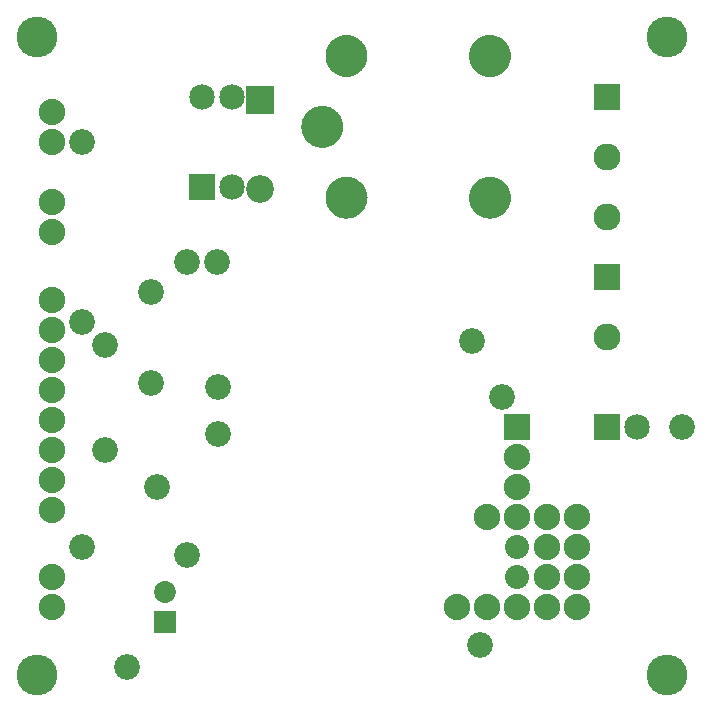
<source format=gts>
G04 MADE WITH FRITZING*
G04 WWW.FRITZING.ORG*
G04 DOUBLE SIDED*
G04 HOLES PLATED*
G04 CONTOUR ON CENTER OF CONTOUR VECTOR*
%ASAXBY*%
%FSLAX23Y23*%
%MOIN*%
%OFA0B0*%
%SFA1.0B1.0*%
%ADD10C,0.080000*%
%ADD11C,0.092000*%
%ADD12C,0.072992*%
%ADD13C,0.090000*%
%ADD14C,0.085433*%
%ADD15C,0.085000*%
%ADD16C,0.088000*%
%ADD17C,0.135984*%
%ADD18R,0.092000X0.092000*%
%ADD19R,0.072992X0.072992*%
%ADD20R,0.090000X0.090000*%
%ADD21R,0.089986X0.090000*%
%ADD22R,0.085000X0.085000*%
%ADD23R,0.088000X0.088000*%
%ADD24R,0.001000X0.001000*%
%LNMASK1*%
G90*
G70*
G54D10*
X1732Y533D03*
X1732Y433D03*
G54D11*
X875Y2024D03*
X875Y1726D03*
G54D12*
X557Y285D03*
X557Y383D03*
G54D13*
X2032Y1833D03*
X2032Y1633D03*
X2032Y2033D03*
X2032Y1433D03*
X2032Y1233D03*
G54D14*
X357Y1208D03*
X357Y858D03*
X512Y1081D03*
X512Y1382D03*
X733Y909D03*
X632Y1483D03*
X282Y1283D03*
X282Y533D03*
X282Y1883D03*
X432Y133D03*
X1682Y1033D03*
X1581Y1221D03*
X632Y508D03*
X1607Y208D03*
X532Y733D03*
X733Y1066D03*
X732Y1483D03*
G54D15*
X2032Y933D03*
X2132Y933D03*
X2032Y933D03*
X2132Y933D03*
X682Y1733D03*
X682Y2033D03*
X782Y1733D03*
X782Y2033D03*
G54D16*
X182Y1358D03*
X182Y1258D03*
X182Y1158D03*
X182Y1058D03*
X182Y958D03*
X182Y858D03*
X182Y758D03*
X182Y658D03*
X182Y1583D03*
X182Y1583D03*
X182Y1683D03*
X182Y1883D03*
X182Y1983D03*
X182Y333D03*
X182Y433D03*
X1832Y533D03*
X1932Y533D03*
X1832Y533D03*
X1932Y533D03*
X1932Y433D03*
X1832Y433D03*
X1832Y533D03*
X1932Y533D03*
X1832Y533D03*
X1932Y533D03*
X1932Y433D03*
X1832Y433D03*
G54D17*
X132Y2233D03*
X132Y108D03*
X2232Y2233D03*
X2232Y108D03*
G54D16*
X1532Y333D03*
X1632Y333D03*
X1732Y333D03*
X1832Y333D03*
X1932Y333D03*
X1732Y933D03*
X1732Y833D03*
X1732Y733D03*
X1732Y933D03*
X1732Y833D03*
X1732Y733D03*
X1632Y633D03*
X1732Y633D03*
X1832Y633D03*
X1932Y633D03*
X1632Y633D03*
X1732Y633D03*
X1832Y633D03*
X1932Y633D03*
G54D14*
X2282Y933D03*
G54D18*
X875Y2025D03*
G54D19*
X557Y285D03*
G54D20*
X2032Y2033D03*
G54D21*
X2032Y1433D03*
G54D22*
X2032Y933D03*
X2032Y933D03*
X682Y1733D03*
G54D23*
X1732Y933D03*
X1732Y933D03*
G54D24*
X1153Y2239D02*
X1171Y2239D01*
X1631Y2239D02*
X1650Y2239D01*
X1147Y2238D02*
X1177Y2238D01*
X1626Y2238D02*
X1655Y2238D01*
X1143Y2237D02*
X1181Y2237D01*
X1622Y2237D02*
X1659Y2237D01*
X1140Y2236D02*
X1184Y2236D01*
X1618Y2236D02*
X1663Y2236D01*
X1137Y2235D02*
X1187Y2235D01*
X1616Y2235D02*
X1665Y2235D01*
X1135Y2234D02*
X1190Y2234D01*
X1613Y2234D02*
X1668Y2234D01*
X1133Y2233D02*
X1192Y2233D01*
X1611Y2233D02*
X1670Y2233D01*
X1131Y2232D02*
X1194Y2232D01*
X1609Y2232D02*
X1672Y2232D01*
X1129Y2231D02*
X1196Y2231D01*
X1607Y2231D02*
X1674Y2231D01*
X1127Y2230D02*
X1197Y2230D01*
X1605Y2230D02*
X1675Y2230D01*
X1126Y2229D02*
X1199Y2229D01*
X1604Y2229D02*
X1677Y2229D01*
X1124Y2228D02*
X1200Y2228D01*
X1602Y2228D02*
X1679Y2228D01*
X1123Y2227D02*
X1202Y2227D01*
X1601Y2227D02*
X1680Y2227D01*
X1121Y2226D02*
X1203Y2226D01*
X1599Y2226D02*
X1681Y2226D01*
X1120Y2225D02*
X1205Y2225D01*
X1598Y2225D02*
X1683Y2225D01*
X1118Y2224D02*
X1206Y2224D01*
X1597Y2224D02*
X1684Y2224D01*
X1117Y2223D02*
X1207Y2223D01*
X1596Y2223D02*
X1685Y2223D01*
X1116Y2222D02*
X1208Y2222D01*
X1594Y2222D02*
X1687Y2222D01*
X1115Y2221D02*
X1209Y2221D01*
X1593Y2221D02*
X1688Y2221D01*
X1114Y2220D02*
X1210Y2220D01*
X1592Y2220D02*
X1689Y2220D01*
X1113Y2219D02*
X1211Y2219D01*
X1591Y2219D02*
X1690Y2219D01*
X1112Y2218D02*
X1212Y2218D01*
X1590Y2218D02*
X1691Y2218D01*
X1111Y2217D02*
X1213Y2217D01*
X1589Y2217D02*
X1692Y2217D01*
X1110Y2216D02*
X1214Y2216D01*
X1588Y2216D02*
X1692Y2216D01*
X1109Y2215D02*
X1215Y2215D01*
X1588Y2215D02*
X1693Y2215D01*
X1108Y2214D02*
X1216Y2214D01*
X1587Y2214D02*
X1694Y2214D01*
X1108Y2213D02*
X1217Y2213D01*
X1586Y2213D02*
X1695Y2213D01*
X1107Y2212D02*
X1217Y2212D01*
X1585Y2212D02*
X1696Y2212D01*
X1106Y2211D02*
X1218Y2211D01*
X1585Y2211D02*
X1696Y2211D01*
X1106Y2210D02*
X1219Y2210D01*
X1584Y2210D02*
X1697Y2210D01*
X1105Y2209D02*
X1220Y2209D01*
X1583Y2209D02*
X1698Y2209D01*
X1104Y2208D02*
X1220Y2208D01*
X1582Y2208D02*
X1698Y2208D01*
X1104Y2207D02*
X1221Y2207D01*
X1582Y2207D02*
X1699Y2207D01*
X1103Y2206D02*
X1221Y2206D01*
X1581Y2206D02*
X1700Y2206D01*
X1102Y2205D02*
X1222Y2205D01*
X1581Y2205D02*
X1700Y2205D01*
X1102Y2204D02*
X1223Y2204D01*
X1580Y2204D02*
X1701Y2204D01*
X1101Y2203D02*
X1223Y2203D01*
X1579Y2203D02*
X1702Y2203D01*
X1101Y2202D02*
X1224Y2202D01*
X1579Y2202D02*
X1702Y2202D01*
X1100Y2201D02*
X1224Y2201D01*
X1578Y2201D02*
X1703Y2201D01*
X1100Y2200D02*
X1225Y2200D01*
X1578Y2200D02*
X1703Y2200D01*
X1099Y2199D02*
X1225Y2199D01*
X1577Y2199D02*
X1704Y2199D01*
X1099Y2198D02*
X1226Y2198D01*
X1577Y2198D02*
X1704Y2198D01*
X1098Y2197D02*
X1226Y2197D01*
X1576Y2197D02*
X1704Y2197D01*
X1098Y2196D02*
X1227Y2196D01*
X1576Y2196D02*
X1705Y2196D01*
X1097Y2195D02*
X1227Y2195D01*
X1576Y2195D02*
X1705Y2195D01*
X1097Y2194D02*
X1227Y2194D01*
X1575Y2194D02*
X1706Y2194D01*
X1097Y2193D02*
X1228Y2193D01*
X1575Y2193D02*
X1706Y2193D01*
X1096Y2192D02*
X1228Y2192D01*
X1575Y2192D02*
X1706Y2192D01*
X1096Y2191D02*
X1228Y2191D01*
X1574Y2191D02*
X1707Y2191D01*
X1096Y2190D02*
X1229Y2190D01*
X1574Y2190D02*
X1707Y2190D01*
X1096Y2189D02*
X1229Y2189D01*
X1574Y2189D02*
X1707Y2189D01*
X1095Y2188D02*
X1229Y2188D01*
X1574Y2188D02*
X1707Y2188D01*
X1095Y2187D02*
X1229Y2187D01*
X1573Y2187D02*
X1708Y2187D01*
X1095Y2186D02*
X1230Y2186D01*
X1573Y2186D02*
X1708Y2186D01*
X1095Y2185D02*
X1230Y2185D01*
X1573Y2185D02*
X1708Y2185D01*
X1094Y2184D02*
X1230Y2184D01*
X1573Y2184D02*
X1708Y2184D01*
X1094Y2183D02*
X1230Y2183D01*
X1572Y2183D02*
X1709Y2183D01*
X1094Y2182D02*
X1230Y2182D01*
X1572Y2182D02*
X1709Y2182D01*
X1094Y2181D02*
X1231Y2181D01*
X1572Y2181D02*
X1709Y2181D01*
X1094Y2180D02*
X1231Y2180D01*
X1572Y2180D02*
X1709Y2180D01*
X1093Y2179D02*
X1231Y2179D01*
X1572Y2179D02*
X1709Y2179D01*
X1093Y2178D02*
X1231Y2178D01*
X1572Y2178D02*
X1709Y2178D01*
X1093Y2177D02*
X1231Y2177D01*
X1571Y2177D02*
X1709Y2177D01*
X1093Y2176D02*
X1231Y2176D01*
X1571Y2176D02*
X1710Y2176D01*
X1093Y2175D02*
X1231Y2175D01*
X1571Y2175D02*
X1710Y2175D01*
X1093Y2174D02*
X1231Y2174D01*
X1571Y2174D02*
X1710Y2174D01*
X1093Y2173D02*
X1231Y2173D01*
X1571Y2173D02*
X1710Y2173D01*
X1093Y2172D02*
X1231Y2172D01*
X1571Y2172D02*
X1710Y2172D01*
X1093Y2171D02*
X1232Y2171D01*
X1571Y2171D02*
X1710Y2171D01*
X1093Y2170D02*
X1232Y2170D01*
X1571Y2170D02*
X1710Y2170D01*
X1093Y2169D02*
X1232Y2169D01*
X1571Y2169D02*
X1710Y2169D01*
X1093Y2168D02*
X1231Y2168D01*
X1571Y2168D02*
X1710Y2168D01*
X1093Y2167D02*
X1231Y2167D01*
X1571Y2167D02*
X1710Y2167D01*
X1093Y2166D02*
X1231Y2166D01*
X1571Y2166D02*
X1710Y2166D01*
X1093Y2165D02*
X1231Y2165D01*
X1571Y2165D02*
X1710Y2165D01*
X1093Y2164D02*
X1231Y2164D01*
X1571Y2164D02*
X1710Y2164D01*
X1093Y2163D02*
X1231Y2163D01*
X1571Y2163D02*
X1710Y2163D01*
X1093Y2162D02*
X1231Y2162D01*
X1572Y2162D02*
X1709Y2162D01*
X1093Y2161D02*
X1231Y2161D01*
X1572Y2161D02*
X1709Y2161D01*
X1094Y2160D02*
X1231Y2160D01*
X1572Y2160D02*
X1709Y2160D01*
X1094Y2159D02*
X1231Y2159D01*
X1572Y2159D02*
X1709Y2159D01*
X1094Y2158D02*
X1230Y2158D01*
X1572Y2158D02*
X1709Y2158D01*
X1094Y2157D02*
X1230Y2157D01*
X1572Y2157D02*
X1709Y2157D01*
X1094Y2156D02*
X1230Y2156D01*
X1573Y2156D02*
X1708Y2156D01*
X1094Y2155D02*
X1230Y2155D01*
X1573Y2155D02*
X1708Y2155D01*
X1095Y2154D02*
X1230Y2154D01*
X1573Y2154D02*
X1708Y2154D01*
X1095Y2153D02*
X1229Y2153D01*
X1573Y2153D02*
X1708Y2153D01*
X1095Y2152D02*
X1229Y2152D01*
X1574Y2152D02*
X1707Y2152D01*
X1095Y2151D02*
X1229Y2151D01*
X1574Y2151D02*
X1707Y2151D01*
X1096Y2150D02*
X1229Y2150D01*
X1574Y2150D02*
X1707Y2150D01*
X1096Y2149D02*
X1228Y2149D01*
X1574Y2149D02*
X1707Y2149D01*
X1096Y2148D02*
X1228Y2148D01*
X1575Y2148D02*
X1706Y2148D01*
X1097Y2147D02*
X1228Y2147D01*
X1575Y2147D02*
X1706Y2147D01*
X1097Y2146D02*
X1227Y2146D01*
X1575Y2146D02*
X1706Y2146D01*
X1097Y2145D02*
X1227Y2145D01*
X1576Y2145D02*
X1705Y2145D01*
X1098Y2144D02*
X1227Y2144D01*
X1576Y2144D02*
X1705Y2144D01*
X1098Y2143D02*
X1226Y2143D01*
X1576Y2143D02*
X1705Y2143D01*
X1099Y2142D02*
X1226Y2142D01*
X1577Y2142D02*
X1704Y2142D01*
X1099Y2141D02*
X1225Y2141D01*
X1577Y2141D02*
X1704Y2141D01*
X1100Y2140D02*
X1225Y2140D01*
X1578Y2140D02*
X1703Y2140D01*
X1100Y2139D02*
X1224Y2139D01*
X1578Y2139D02*
X1703Y2139D01*
X1101Y2138D02*
X1224Y2138D01*
X1579Y2138D02*
X1702Y2138D01*
X1101Y2137D02*
X1223Y2137D01*
X1579Y2137D02*
X1702Y2137D01*
X1102Y2136D02*
X1223Y2136D01*
X1580Y2136D02*
X1701Y2136D01*
X1102Y2135D02*
X1222Y2135D01*
X1581Y2135D02*
X1700Y2135D01*
X1103Y2134D02*
X1221Y2134D01*
X1581Y2134D02*
X1700Y2134D01*
X1103Y2133D02*
X1221Y2133D01*
X1582Y2133D02*
X1699Y2133D01*
X1104Y2132D02*
X1220Y2132D01*
X1582Y2132D02*
X1699Y2132D01*
X1105Y2131D02*
X1220Y2131D01*
X1583Y2131D02*
X1698Y2131D01*
X1105Y2130D02*
X1219Y2130D01*
X1584Y2130D02*
X1697Y2130D01*
X1106Y2129D02*
X1218Y2129D01*
X1584Y2129D02*
X1696Y2129D01*
X1107Y2128D02*
X1217Y2128D01*
X1585Y2128D02*
X1696Y2128D01*
X1108Y2127D02*
X1217Y2127D01*
X1586Y2127D02*
X1695Y2127D01*
X1108Y2126D02*
X1216Y2126D01*
X1587Y2126D02*
X1694Y2126D01*
X1109Y2125D02*
X1215Y2125D01*
X1587Y2125D02*
X1693Y2125D01*
X1110Y2124D02*
X1214Y2124D01*
X1588Y2124D02*
X1693Y2124D01*
X1111Y2123D02*
X1213Y2123D01*
X1589Y2123D02*
X1692Y2123D01*
X1112Y2122D02*
X1213Y2122D01*
X1590Y2122D02*
X1691Y2122D01*
X1113Y2121D02*
X1212Y2121D01*
X1591Y2121D02*
X1690Y2121D01*
X1114Y2120D02*
X1211Y2120D01*
X1592Y2120D02*
X1689Y2120D01*
X1115Y2119D02*
X1210Y2119D01*
X1593Y2119D02*
X1688Y2119D01*
X1116Y2118D02*
X1208Y2118D01*
X1594Y2118D02*
X1687Y2118D01*
X1117Y2117D02*
X1207Y2117D01*
X1595Y2117D02*
X1686Y2117D01*
X1118Y2116D02*
X1206Y2116D01*
X1597Y2116D02*
X1684Y2116D01*
X1120Y2115D02*
X1205Y2115D01*
X1598Y2115D02*
X1683Y2115D01*
X1121Y2114D02*
X1203Y2114D01*
X1599Y2114D02*
X1682Y2114D01*
X1122Y2113D02*
X1202Y2113D01*
X1601Y2113D02*
X1680Y2113D01*
X1124Y2112D02*
X1201Y2112D01*
X1602Y2112D02*
X1679Y2112D01*
X1125Y2111D02*
X1199Y2111D01*
X1604Y2111D02*
X1677Y2111D01*
X1127Y2110D02*
X1197Y2110D01*
X1605Y2110D02*
X1676Y2110D01*
X1129Y2109D02*
X1196Y2109D01*
X1607Y2109D02*
X1674Y2109D01*
X1130Y2108D02*
X1194Y2108D01*
X1609Y2108D02*
X1672Y2108D01*
X1132Y2107D02*
X1192Y2107D01*
X1611Y2107D02*
X1670Y2107D01*
X1134Y2106D02*
X1190Y2106D01*
X1613Y2106D02*
X1668Y2106D01*
X1137Y2105D02*
X1188Y2105D01*
X1615Y2105D02*
X1666Y2105D01*
X1140Y2104D02*
X1185Y2104D01*
X1618Y2104D02*
X1663Y2104D01*
X1143Y2103D02*
X1182Y2103D01*
X1621Y2103D02*
X1660Y2103D01*
X1147Y2102D02*
X1178Y2102D01*
X1625Y2102D02*
X1656Y2102D01*
X1152Y2101D02*
X1172Y2101D01*
X1630Y2101D02*
X1651Y2101D01*
X1162Y2100D02*
X1162Y2100D01*
X1073Y2003D02*
X1090Y2003D01*
X1067Y2002D02*
X1096Y2002D01*
X1063Y2001D02*
X1100Y2001D01*
X1060Y2000D02*
X1103Y2000D01*
X1057Y1999D02*
X1106Y1999D01*
X1054Y1998D02*
X1109Y1998D01*
X1052Y1997D02*
X1111Y1997D01*
X1050Y1996D02*
X1113Y1996D01*
X1048Y1995D02*
X1115Y1995D01*
X1047Y1994D02*
X1116Y1994D01*
X1045Y1993D02*
X1118Y1993D01*
X1044Y1992D02*
X1119Y1992D01*
X1042Y1991D02*
X1121Y1991D01*
X1041Y1990D02*
X1122Y1990D01*
X1039Y1989D02*
X1124Y1989D01*
X1038Y1988D02*
X1125Y1988D01*
X1037Y1987D02*
X1126Y1987D01*
X1036Y1986D02*
X1127Y1986D01*
X1035Y1985D02*
X1128Y1985D01*
X1033Y1984D02*
X1130Y1984D01*
X1032Y1983D02*
X1131Y1983D01*
X1031Y1982D02*
X1132Y1982D01*
X1031Y1981D02*
X1132Y1981D01*
X1030Y1980D02*
X1133Y1980D01*
X1029Y1979D02*
X1134Y1979D01*
X1028Y1978D02*
X1135Y1978D01*
X1027Y1977D02*
X1136Y1977D01*
X1026Y1976D02*
X1137Y1976D01*
X1026Y1975D02*
X1137Y1975D01*
X1025Y1974D02*
X1138Y1974D01*
X1024Y1973D02*
X1139Y1973D01*
X1024Y1972D02*
X1139Y1972D01*
X1023Y1971D02*
X1140Y1971D01*
X1022Y1970D02*
X1141Y1970D01*
X1022Y1969D02*
X1141Y1969D01*
X1021Y1968D02*
X1142Y1968D01*
X1021Y1967D02*
X1142Y1967D01*
X1020Y1966D02*
X1143Y1966D01*
X1020Y1965D02*
X1143Y1965D01*
X1019Y1964D02*
X1144Y1964D01*
X1019Y1963D02*
X1144Y1963D01*
X1018Y1962D02*
X1145Y1962D01*
X1018Y1961D02*
X1145Y1961D01*
X1017Y1960D02*
X1146Y1960D01*
X1017Y1959D02*
X1146Y1959D01*
X1016Y1958D02*
X1146Y1958D01*
X1016Y1957D02*
X1147Y1957D01*
X1016Y1956D02*
X1147Y1956D01*
X1015Y1955D02*
X1148Y1955D01*
X1015Y1954D02*
X1148Y1954D01*
X1015Y1953D02*
X1148Y1953D01*
X1015Y1952D02*
X1148Y1952D01*
X1014Y1951D02*
X1149Y1951D01*
X1014Y1950D02*
X1149Y1950D01*
X1014Y1949D02*
X1149Y1949D01*
X1014Y1948D02*
X1149Y1948D01*
X1013Y1947D02*
X1149Y1947D01*
X1013Y1946D02*
X1150Y1946D01*
X1013Y1945D02*
X1150Y1945D01*
X1013Y1944D02*
X1150Y1944D01*
X1013Y1943D02*
X1150Y1943D01*
X1013Y1942D02*
X1150Y1942D01*
X1012Y1941D02*
X1150Y1941D01*
X1012Y1940D02*
X1151Y1940D01*
X1012Y1939D02*
X1151Y1939D01*
X1012Y1938D02*
X1151Y1938D01*
X1012Y1937D02*
X1151Y1937D01*
X1012Y1936D02*
X1151Y1936D01*
X1012Y1935D02*
X1151Y1935D01*
X1012Y1934D02*
X1151Y1934D01*
X1012Y1933D02*
X1151Y1933D01*
X1012Y1932D02*
X1151Y1932D01*
X1012Y1931D02*
X1151Y1931D01*
X1012Y1930D02*
X1151Y1930D01*
X1012Y1929D02*
X1151Y1929D01*
X1012Y1928D02*
X1151Y1928D01*
X1012Y1927D02*
X1151Y1927D01*
X1013Y1926D02*
X1150Y1926D01*
X1013Y1925D02*
X1150Y1925D01*
X1013Y1924D02*
X1150Y1924D01*
X1013Y1923D02*
X1150Y1923D01*
X1013Y1922D02*
X1150Y1922D01*
X1013Y1921D02*
X1150Y1921D01*
X1014Y1920D02*
X1149Y1920D01*
X1014Y1919D02*
X1149Y1919D01*
X1014Y1918D02*
X1149Y1918D01*
X1014Y1917D02*
X1149Y1917D01*
X1014Y1916D02*
X1148Y1916D01*
X1015Y1915D02*
X1148Y1915D01*
X1015Y1914D02*
X1148Y1914D01*
X1015Y1913D02*
X1148Y1913D01*
X1016Y1912D02*
X1147Y1912D01*
X1016Y1911D02*
X1147Y1911D01*
X1016Y1910D02*
X1147Y1910D01*
X1017Y1909D02*
X1146Y1909D01*
X1017Y1908D02*
X1146Y1908D01*
X1017Y1907D02*
X1146Y1907D01*
X1018Y1906D02*
X1145Y1906D01*
X1018Y1905D02*
X1145Y1905D01*
X1019Y1904D02*
X1144Y1904D01*
X1019Y1903D02*
X1144Y1903D01*
X1020Y1902D02*
X1143Y1902D01*
X1020Y1901D02*
X1143Y1901D01*
X1021Y1900D02*
X1142Y1900D01*
X1021Y1899D02*
X1142Y1899D01*
X1022Y1898D02*
X1141Y1898D01*
X1023Y1897D02*
X1140Y1897D01*
X1023Y1896D02*
X1140Y1896D01*
X1024Y1895D02*
X1139Y1895D01*
X1025Y1894D02*
X1138Y1894D01*
X1025Y1893D02*
X1138Y1893D01*
X1026Y1892D02*
X1137Y1892D01*
X1027Y1891D02*
X1136Y1891D01*
X1028Y1890D02*
X1135Y1890D01*
X1028Y1889D02*
X1135Y1889D01*
X1029Y1888D02*
X1134Y1888D01*
X1030Y1887D02*
X1133Y1887D01*
X1031Y1886D02*
X1132Y1886D01*
X1032Y1885D02*
X1131Y1885D01*
X1033Y1884D02*
X1130Y1884D01*
X1034Y1883D02*
X1129Y1883D01*
X1035Y1882D02*
X1128Y1882D01*
X1036Y1881D02*
X1127Y1881D01*
X1037Y1880D02*
X1126Y1880D01*
X1039Y1879D02*
X1124Y1879D01*
X1040Y1878D02*
X1123Y1878D01*
X1041Y1877D02*
X1122Y1877D01*
X1043Y1876D02*
X1120Y1876D01*
X1044Y1875D02*
X1119Y1875D01*
X1046Y1874D02*
X1117Y1874D01*
X1048Y1873D02*
X1115Y1873D01*
X1049Y1872D02*
X1114Y1872D01*
X1051Y1871D02*
X1112Y1871D01*
X1053Y1870D02*
X1110Y1870D01*
X1056Y1869D02*
X1107Y1869D01*
X1058Y1868D02*
X1105Y1868D01*
X1061Y1867D02*
X1102Y1867D01*
X1065Y1866D02*
X1098Y1866D01*
X1070Y1865D02*
X1093Y1865D01*
X1078Y1864D02*
X1084Y1864D01*
X1155Y1767D02*
X1169Y1767D01*
X1634Y1767D02*
X1647Y1767D01*
X1149Y1766D02*
X1175Y1766D01*
X1627Y1766D02*
X1654Y1766D01*
X1145Y1765D02*
X1180Y1765D01*
X1623Y1765D02*
X1658Y1765D01*
X1141Y1764D02*
X1183Y1764D01*
X1619Y1764D02*
X1662Y1764D01*
X1138Y1763D02*
X1186Y1763D01*
X1617Y1763D02*
X1664Y1763D01*
X1135Y1762D02*
X1189Y1762D01*
X1614Y1762D02*
X1667Y1762D01*
X1133Y1761D02*
X1191Y1761D01*
X1612Y1761D02*
X1669Y1761D01*
X1131Y1760D02*
X1193Y1760D01*
X1610Y1760D02*
X1671Y1760D01*
X1129Y1759D02*
X1195Y1759D01*
X1608Y1759D02*
X1673Y1759D01*
X1128Y1758D02*
X1197Y1758D01*
X1606Y1758D02*
X1675Y1758D01*
X1126Y1757D02*
X1198Y1757D01*
X1604Y1757D02*
X1677Y1757D01*
X1125Y1756D02*
X1200Y1756D01*
X1603Y1756D02*
X1678Y1756D01*
X1123Y1755D02*
X1201Y1755D01*
X1601Y1755D02*
X1680Y1755D01*
X1122Y1754D02*
X1203Y1754D01*
X1600Y1754D02*
X1681Y1754D01*
X1120Y1753D02*
X1204Y1753D01*
X1599Y1753D02*
X1682Y1753D01*
X1119Y1752D02*
X1205Y1752D01*
X1597Y1752D02*
X1684Y1752D01*
X1118Y1751D02*
X1207Y1751D01*
X1596Y1751D02*
X1685Y1751D01*
X1117Y1750D02*
X1208Y1750D01*
X1595Y1750D02*
X1686Y1750D01*
X1115Y1749D02*
X1209Y1749D01*
X1594Y1749D02*
X1687Y1749D01*
X1114Y1748D02*
X1210Y1748D01*
X1593Y1748D02*
X1688Y1748D01*
X1113Y1747D02*
X1211Y1747D01*
X1592Y1747D02*
X1689Y1747D01*
X1112Y1746D02*
X1212Y1746D01*
X1591Y1746D02*
X1690Y1746D01*
X1111Y1745D02*
X1213Y1745D01*
X1590Y1745D02*
X1691Y1745D01*
X1111Y1744D02*
X1214Y1744D01*
X1589Y1744D02*
X1692Y1744D01*
X1110Y1743D02*
X1215Y1743D01*
X1588Y1743D02*
X1693Y1743D01*
X1109Y1742D02*
X1216Y1742D01*
X1587Y1742D02*
X1694Y1742D01*
X1108Y1741D02*
X1216Y1741D01*
X1586Y1741D02*
X1695Y1741D01*
X1107Y1740D02*
X1217Y1740D01*
X1586Y1740D02*
X1695Y1740D01*
X1107Y1739D02*
X1218Y1739D01*
X1585Y1739D02*
X1696Y1739D01*
X1106Y1738D02*
X1219Y1738D01*
X1584Y1738D02*
X1697Y1738D01*
X1105Y1737D02*
X1219Y1737D01*
X1583Y1737D02*
X1698Y1737D01*
X1104Y1736D02*
X1220Y1736D01*
X1583Y1736D02*
X1698Y1736D01*
X1104Y1735D02*
X1221Y1735D01*
X1582Y1735D02*
X1699Y1735D01*
X1103Y1734D02*
X1221Y1734D01*
X1581Y1734D02*
X1699Y1734D01*
X1103Y1733D02*
X1222Y1733D01*
X1581Y1733D02*
X1700Y1733D01*
X1102Y1732D02*
X1222Y1732D01*
X1580Y1732D02*
X1701Y1732D01*
X1101Y1731D02*
X1223Y1731D01*
X1580Y1731D02*
X1701Y1731D01*
X1101Y1730D02*
X1224Y1730D01*
X1579Y1730D02*
X1702Y1730D01*
X1100Y1729D02*
X1224Y1729D01*
X1579Y1729D02*
X1702Y1729D01*
X1100Y1728D02*
X1225Y1728D01*
X1578Y1728D02*
X1703Y1728D01*
X1099Y1727D02*
X1225Y1727D01*
X1578Y1727D02*
X1703Y1727D01*
X1099Y1726D02*
X1226Y1726D01*
X1577Y1726D02*
X1704Y1726D01*
X1098Y1725D02*
X1226Y1725D01*
X1577Y1725D02*
X1704Y1725D01*
X1098Y1724D02*
X1226Y1724D01*
X1576Y1724D02*
X1705Y1724D01*
X1098Y1723D02*
X1227Y1723D01*
X1576Y1723D02*
X1705Y1723D01*
X1097Y1722D02*
X1227Y1722D01*
X1576Y1722D02*
X1705Y1722D01*
X1097Y1721D02*
X1227Y1721D01*
X1575Y1721D02*
X1706Y1721D01*
X1097Y1720D02*
X1228Y1720D01*
X1575Y1720D02*
X1706Y1720D01*
X1096Y1719D02*
X1228Y1719D01*
X1574Y1719D02*
X1706Y1719D01*
X1096Y1718D02*
X1228Y1718D01*
X1574Y1718D02*
X1707Y1718D01*
X1096Y1717D02*
X1229Y1717D01*
X1574Y1717D02*
X1707Y1717D01*
X1095Y1716D02*
X1229Y1716D01*
X1574Y1716D02*
X1707Y1716D01*
X1095Y1715D02*
X1229Y1715D01*
X1573Y1715D02*
X1708Y1715D01*
X1095Y1714D02*
X1229Y1714D01*
X1573Y1714D02*
X1708Y1714D01*
X1095Y1713D02*
X1230Y1713D01*
X1573Y1713D02*
X1708Y1713D01*
X1094Y1712D02*
X1230Y1712D01*
X1573Y1712D02*
X1708Y1712D01*
X1094Y1711D02*
X1230Y1711D01*
X1572Y1711D02*
X1708Y1711D01*
X1094Y1710D02*
X1230Y1710D01*
X1572Y1710D02*
X1709Y1710D01*
X1094Y1709D02*
X1230Y1709D01*
X1572Y1709D02*
X1709Y1709D01*
X1094Y1708D02*
X1231Y1708D01*
X1572Y1708D02*
X1709Y1708D01*
X1094Y1707D02*
X1231Y1707D01*
X1572Y1707D02*
X1709Y1707D01*
X1093Y1706D02*
X1231Y1706D01*
X1572Y1706D02*
X1709Y1706D01*
X1093Y1705D02*
X1231Y1705D01*
X1572Y1705D02*
X1709Y1705D01*
X1093Y1704D02*
X1231Y1704D01*
X1571Y1704D02*
X1710Y1704D01*
X1093Y1703D02*
X1231Y1703D01*
X1571Y1703D02*
X1710Y1703D01*
X1093Y1702D02*
X1231Y1702D01*
X1571Y1702D02*
X1710Y1702D01*
X1093Y1701D02*
X1231Y1701D01*
X1571Y1701D02*
X1710Y1701D01*
X1093Y1700D02*
X1231Y1700D01*
X1571Y1700D02*
X1710Y1700D01*
X1093Y1699D02*
X1232Y1699D01*
X1571Y1699D02*
X1710Y1699D01*
X1093Y1698D02*
X1232Y1698D01*
X1571Y1698D02*
X1710Y1698D01*
X1093Y1697D02*
X1232Y1697D01*
X1571Y1697D02*
X1710Y1697D01*
X1093Y1696D02*
X1232Y1696D01*
X1571Y1696D02*
X1710Y1696D01*
X1093Y1695D02*
X1231Y1695D01*
X1571Y1695D02*
X1710Y1695D01*
X1093Y1694D02*
X1231Y1694D01*
X1571Y1694D02*
X1710Y1694D01*
X1093Y1693D02*
X1231Y1693D01*
X1571Y1693D02*
X1710Y1693D01*
X1093Y1692D02*
X1231Y1692D01*
X1571Y1692D02*
X1710Y1692D01*
X1093Y1691D02*
X1231Y1691D01*
X1571Y1691D02*
X1710Y1691D01*
X1093Y1690D02*
X1231Y1690D01*
X1572Y1690D02*
X1709Y1690D01*
X1093Y1689D02*
X1231Y1689D01*
X1572Y1689D02*
X1709Y1689D01*
X1094Y1688D02*
X1231Y1688D01*
X1572Y1688D02*
X1709Y1688D01*
X1094Y1687D02*
X1231Y1687D01*
X1572Y1687D02*
X1709Y1687D01*
X1094Y1686D02*
X1230Y1686D01*
X1572Y1686D02*
X1709Y1686D01*
X1094Y1685D02*
X1230Y1685D01*
X1572Y1685D02*
X1709Y1685D01*
X1094Y1684D02*
X1230Y1684D01*
X1572Y1684D02*
X1708Y1684D01*
X1094Y1683D02*
X1230Y1683D01*
X1573Y1683D02*
X1708Y1683D01*
X1095Y1682D02*
X1230Y1682D01*
X1573Y1682D02*
X1708Y1682D01*
X1095Y1681D02*
X1229Y1681D01*
X1573Y1681D02*
X1708Y1681D01*
X1095Y1680D02*
X1229Y1680D01*
X1573Y1680D02*
X1708Y1680D01*
X1095Y1679D02*
X1229Y1679D01*
X1574Y1679D02*
X1707Y1679D01*
X1096Y1678D02*
X1229Y1678D01*
X1574Y1678D02*
X1707Y1678D01*
X1096Y1677D02*
X1228Y1677D01*
X1574Y1677D02*
X1707Y1677D01*
X1096Y1676D02*
X1228Y1676D01*
X1575Y1676D02*
X1706Y1676D01*
X1097Y1675D02*
X1228Y1675D01*
X1575Y1675D02*
X1706Y1675D01*
X1097Y1674D02*
X1227Y1674D01*
X1575Y1674D02*
X1706Y1674D01*
X1097Y1673D02*
X1227Y1673D01*
X1576Y1673D02*
X1705Y1673D01*
X1098Y1672D02*
X1227Y1672D01*
X1576Y1672D02*
X1705Y1672D01*
X1098Y1671D02*
X1226Y1671D01*
X1576Y1671D02*
X1705Y1671D01*
X1098Y1670D02*
X1226Y1670D01*
X1577Y1670D02*
X1704Y1670D01*
X1099Y1669D02*
X1225Y1669D01*
X1577Y1669D02*
X1704Y1669D01*
X1099Y1668D02*
X1225Y1668D01*
X1578Y1668D02*
X1703Y1668D01*
X1100Y1667D02*
X1224Y1667D01*
X1578Y1667D02*
X1703Y1667D01*
X1100Y1666D02*
X1224Y1666D01*
X1579Y1666D02*
X1702Y1666D01*
X1101Y1665D02*
X1223Y1665D01*
X1579Y1665D02*
X1702Y1665D01*
X1101Y1664D02*
X1223Y1664D01*
X1580Y1664D02*
X1701Y1664D01*
X1102Y1663D02*
X1222Y1663D01*
X1580Y1663D02*
X1701Y1663D01*
X1103Y1662D02*
X1222Y1662D01*
X1581Y1662D02*
X1700Y1662D01*
X1103Y1661D02*
X1221Y1661D01*
X1582Y1661D02*
X1699Y1661D01*
X1104Y1660D02*
X1220Y1660D01*
X1582Y1660D02*
X1699Y1660D01*
X1104Y1659D02*
X1220Y1659D01*
X1583Y1659D02*
X1698Y1659D01*
X1105Y1658D02*
X1219Y1658D01*
X1583Y1658D02*
X1698Y1658D01*
X1106Y1657D02*
X1218Y1657D01*
X1584Y1657D02*
X1697Y1657D01*
X1107Y1656D02*
X1218Y1656D01*
X1585Y1656D02*
X1696Y1656D01*
X1107Y1655D02*
X1217Y1655D01*
X1586Y1655D02*
X1695Y1655D01*
X1108Y1654D02*
X1216Y1654D01*
X1586Y1654D02*
X1695Y1654D01*
X1109Y1653D02*
X1216Y1653D01*
X1587Y1653D02*
X1694Y1653D01*
X1110Y1652D02*
X1215Y1652D01*
X1588Y1652D02*
X1693Y1652D01*
X1111Y1651D02*
X1214Y1651D01*
X1589Y1651D02*
X1692Y1651D01*
X1112Y1650D02*
X1213Y1650D01*
X1590Y1650D02*
X1691Y1650D01*
X1112Y1649D02*
X1212Y1649D01*
X1591Y1649D02*
X1690Y1649D01*
X1113Y1648D02*
X1211Y1648D01*
X1592Y1648D02*
X1689Y1648D01*
X1114Y1647D02*
X1210Y1647D01*
X1593Y1647D02*
X1688Y1647D01*
X1116Y1646D02*
X1209Y1646D01*
X1594Y1646D02*
X1687Y1646D01*
X1117Y1645D02*
X1208Y1645D01*
X1595Y1645D02*
X1686Y1645D01*
X1118Y1644D02*
X1207Y1644D01*
X1596Y1644D02*
X1685Y1644D01*
X1119Y1643D02*
X1205Y1643D01*
X1597Y1643D02*
X1684Y1643D01*
X1120Y1642D02*
X1204Y1642D01*
X1599Y1642D02*
X1682Y1642D01*
X1122Y1641D02*
X1203Y1641D01*
X1600Y1641D02*
X1681Y1641D01*
X1123Y1640D02*
X1201Y1640D01*
X1601Y1640D02*
X1679Y1640D01*
X1125Y1639D02*
X1200Y1639D01*
X1603Y1639D02*
X1678Y1639D01*
X1126Y1638D02*
X1198Y1638D01*
X1605Y1638D02*
X1676Y1638D01*
X1128Y1637D02*
X1196Y1637D01*
X1606Y1637D02*
X1675Y1637D01*
X1130Y1636D02*
X1195Y1636D01*
X1608Y1636D02*
X1673Y1636D01*
X1132Y1635D02*
X1193Y1635D01*
X1610Y1635D02*
X1671Y1635D01*
X1134Y1634D02*
X1191Y1634D01*
X1612Y1634D02*
X1669Y1634D01*
X1136Y1633D02*
X1189Y1633D01*
X1614Y1633D02*
X1667Y1633D01*
X1139Y1632D02*
X1186Y1632D01*
X1617Y1632D02*
X1664Y1632D01*
X1141Y1631D02*
X1183Y1631D01*
X1620Y1631D02*
X1661Y1631D01*
X1145Y1630D02*
X1179Y1630D01*
X1624Y1630D02*
X1657Y1630D01*
X1150Y1629D02*
X1175Y1629D01*
X1628Y1629D02*
X1653Y1629D01*
X1156Y1628D02*
X1168Y1628D01*
X1634Y1628D02*
X1647Y1628D01*
D02*
G04 End of Mask1*
M02*
</source>
